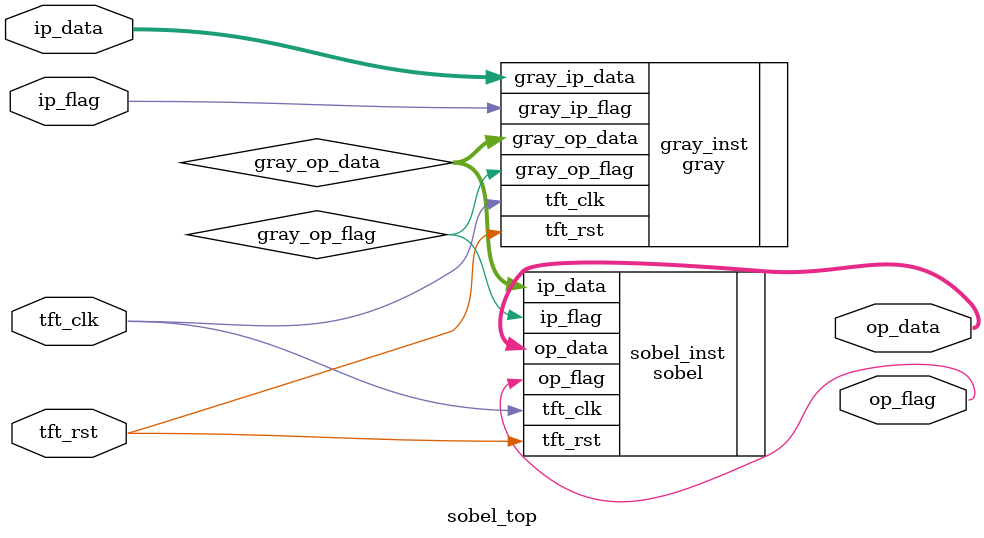
<source format=v>
module sobel_top
#(
    parameter PIC_W = 24'd480,
    parameter PIC_H = 24'd272,

    parameter THRESHOLD = 9'd50
)
(
    input       wire            tft_clk,
    input       wire            tft_rst,
    input       wire    [15:0]  ip_data,
    input       wire            ip_flag,

    output      wire            op_flag,
    output      wire     [7:0]   op_data
);

wire            gray_op_flag;
wire    [7:0]   gray_op_data;

gray gray_inst
(
    .tft_clk        (tft_clk),
    .tft_rst        (tft_rst),
    .gray_ip_data   (ip_data),
    .gray_ip_flag   (ip_flag),

    .gray_op_flag   (gray_op_flag),
    .gray_op_data   (gray_op_data)
);

sobel
#(
    .PIC_W  (PIC_W),
    .PIC_H  (PIC_H),

    .THRESHOLD  (THRESHOLD)
)sobel_inst
(
    .tft_clk    (tft_clk),
    .tft_rst    (tft_rst),
    .ip_flag    (gray_op_flag),
    .ip_data    (gray_op_data),

    .op_flag    (op_flag),
    .op_data    (op_data)
);

endmodule

</source>
